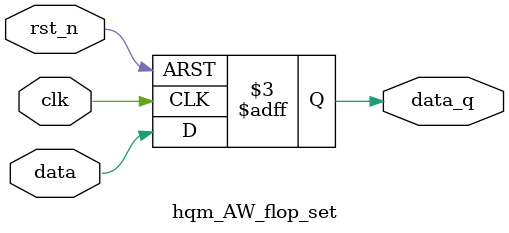
<source format=sv>

module hqm_AW_flop_set (
         input  logic       clk
        ,input  logic       rst_n
        ,input  logic       data

        ,output logic       data_q
);

//-----------------------------------------------------------------------------------------------------

always_ff @(posedge clk or negedge rst_n) if (~rst_n) data_q <= '1; else data_q <= data;

endmodule // AW_flop_set


</source>
